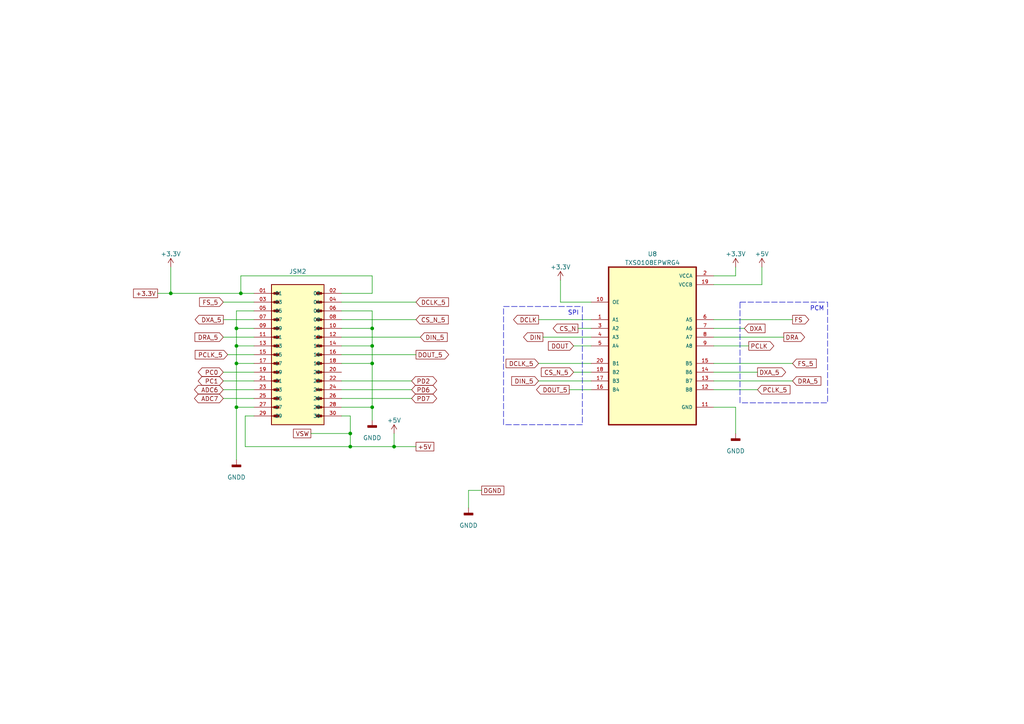
<source format=kicad_sch>
(kicad_sch (version 20230121) (generator eeschema)
  (paper "A4")
  (lib_symbols
    (symbol "TXS0108:TXS0108EPWRG4" (pin_names (offset 1.016))
      (property "Reference" "U" (at -12.7 23.86 0))
      (property "Value" "TXS0108EPWRG4" (at -12.7 -26.86 0))
      (symbol "TXS0108EPWRG4_0_0"
        (rectangle (start -12.7 -22.86) (end 12.7 22.86) (stroke (width 0.41)) (fill (type background)))
        (pin bidirectional line (at -17.78 7.62 0) (length 5.08) (name "A1") (number "1"))
        (pin input line (at -17.78 12.7 0) (length 5.08) (name "OE") (number "10"))
        (pin power_in line (at 17.78 -17.78 180) (length 5.08) (name "GND") (number "11"))
        (pin bidirectional line (at 17.78 -12.7 180) (length 5.08) (name "B8") (number "12"))
        (pin bidirectional line (at 17.78 -10.16 180) (length 5.08) (name "B7") (number "13"))
        (pin bidirectional line (at 17.78 -7.62 180) (length 5.08) (name "B6") (number "14"))
        (pin bidirectional line (at 17.78 -5.08 180) (length 5.08) (name "B5") (number "15"))
        (pin bidirectional line (at -17.78 -12.7 0) (length 5.08) (name "B4") (number "16"))
        (pin bidirectional line (at -17.78 -10.16 0) (length 5.08) (name "B3") (number "17"))
        (pin bidirectional line (at -17.78 -7.62 0) (length 5.08) (name "B2") (number "18"))
        (pin power_in line (at 17.78 17.78 180) (length 5.08) (name "VCCB") (number "19"))
        (pin power_in line (at 17.78 20.32 180) (length 5.08) (name "VCCA") (number "2"))
        (pin bidirectional line (at -17.78 -5.08 0) (length 5.08) (name "B1") (number "20"))
        (pin bidirectional line (at -17.78 5.08 0) (length 5.08) (name "A2") (number "3"))
        (pin bidirectional line (at -17.78 2.54 0) (length 5.08) (name "A3") (number "4"))
        (pin bidirectional line (at -17.78 0 0) (length 5.08) (name "A4") (number "5"))
        (pin bidirectional line (at 17.78 7.62 180) (length 5.08) (name "A5") (number "6"))
        (pin bidirectional line (at 17.78 5.08 180) (length 5.08) (name "A6") (number "7"))
        (pin bidirectional line (at 17.78 2.54 180) (length 5.08) (name "A7") (number "8"))
        (pin bidirectional line (at 17.78 0 180) (length 5.08) (name "A8") (number "9"))
      )
    )
    (symbol "pin_30_02:77313-101-30LF" (pin_names (offset 1.016))
      (property "Reference" "J" (at -8.12 20.32 0))
      (property "Value" "77313-101-30LF" (at -7.62 -22.86 0))
      (symbol "77313-101-30LF_0_0"
        (rectangle (start -7.62 -20.32) (end 7.62 20.32) (stroke (width 0.254)) (fill (type background)))
        (rectangle (start -6.985 -18.0975) (end -5.3975 -17.4625) (stroke (width 0.1)) (fill (type outline)))
        (rectangle (start -6.985 -15.5575) (end -5.3975 -14.9225) (stroke (width 0.1)) (fill (type outline)))
        (rectangle (start -6.985 -13.0175) (end -5.3975 -12.3825) (stroke (width 0.1)) (fill (type outline)))
        (rectangle (start -6.985 -10.4775) (end -5.3975 -9.8425) (stroke (width 0.1)) (fill (type outline)))
        (rectangle (start -6.985 -7.9375) (end -5.3975 -7.3025) (stroke (width 0.1)) (fill (type outline)))
        (rectangle (start -6.985 -5.3975) (end -5.3975 -4.7625) (stroke (width 0.1)) (fill (type outline)))
        (rectangle (start -6.985 -2.8575) (end -5.3975 -2.2225) (stroke (width 0.1)) (fill (type outline)))
        (rectangle (start -6.985 -0.3175) (end -5.3975 0.3175) (stroke (width 0.1)) (fill (type outline)))
        (rectangle (start -6.985 2.2225) (end -5.3975 2.8575) (stroke (width 0.1)) (fill (type outline)))
        (rectangle (start -6.985 4.7625) (end -5.3975 5.3975) (stroke (width 0.1)) (fill (type outline)))
        (rectangle (start -6.985 7.3025) (end -5.3975 7.9375) (stroke (width 0.1)) (fill (type outline)))
        (rectangle (start -6.985 9.8425) (end -5.3975 10.4775) (stroke (width 0.1)) (fill (type outline)))
        (rectangle (start -6.985 12.3825) (end -5.3975 13.0175) (stroke (width 0.1)) (fill (type outline)))
        (rectangle (start -6.985 14.9225) (end -5.3975 15.5575) (stroke (width 0.1)) (fill (type outline)))
        (rectangle (start -6.985 17.4625) (end -5.3975 18.0975) (stroke (width 0.1)) (fill (type outline)))
        (polyline (pts (xy -7.62 -17.78) (xy -5.715 -17.78)) (stroke (width 0.254)))
        (polyline (pts (xy -7.62 -15.24) (xy -5.715 -15.24)) (stroke (width 0.254)))
        (polyline (pts (xy -7.62 -12.7) (xy -5.715 -12.7)) (stroke (width 0.254)))
        (polyline (pts (xy -7.62 -10.16) (xy -5.715 -10.16)) (stroke (width 0.254)))
        (polyline (pts (xy -7.62 -7.62) (xy -5.715 -7.62)) (stroke (width 0.254)))
        (polyline (pts (xy -7.62 -5.08) (xy -5.715 -5.08)) (stroke (width 0.254)))
        (polyline (pts (xy -7.62 -2.54) (xy -5.715 -2.54)) (stroke (width 0.254)))
        (polyline (pts (xy -7.62 0) (xy -5.715 0)) (stroke (width 0.254)))
        (polyline (pts (xy -7.62 2.54) (xy -5.715 2.54)) (stroke (width 0.254)))
        (polyline (pts (xy -7.62 5.08) (xy -5.715 5.08)) (stroke (width 0.254)))
        (polyline (pts (xy -7.62 7.62) (xy -5.715 7.62)) (stroke (width 0.254)))
        (polyline (pts (xy -7.62 10.16) (xy -5.715 10.16)) (stroke (width 0.254)))
        (polyline (pts (xy -7.62 12.7) (xy -5.715 12.7)) (stroke (width 0.254)))
        (polyline (pts (xy -7.62 15.24) (xy -5.715 15.24)) (stroke (width 0.254)))
        (polyline (pts (xy -7.62 17.78) (xy -5.715 17.78)) (stroke (width 0.254)))
        (polyline (pts (xy 7.62 -17.78) (xy 5.715 -17.78)) (stroke (width 0.254)))
        (polyline (pts (xy 7.62 -15.24) (xy 5.715 -15.24)) (stroke (width 0.254)))
        (polyline (pts (xy 7.62 -12.7) (xy 5.715 -12.7)) (stroke (width 0.254)))
        (polyline (pts (xy 7.62 -10.16) (xy 5.715 -10.16)) (stroke (width 0.254)))
        (polyline (pts (xy 7.62 -7.62) (xy 5.715 -7.62)) (stroke (width 0.254)))
        (polyline (pts (xy 7.62 -5.08) (xy 5.715 -5.08)) (stroke (width 0.254)))
        (polyline (pts (xy 7.62 -2.54) (xy 5.715 -2.54)) (stroke (width 0.254)))
        (polyline (pts (xy 7.62 0) (xy 5.715 0)) (stroke (width 0.254)))
        (polyline (pts (xy 7.62 2.54) (xy 5.715 2.54)) (stroke (width 0.254)))
        (polyline (pts (xy 7.62 5.08) (xy 5.715 5.08)) (stroke (width 0.254)))
        (polyline (pts (xy 7.62 7.62) (xy 5.715 7.62)) (stroke (width 0.254)))
        (polyline (pts (xy 7.62 10.16) (xy 5.715 10.16)) (stroke (width 0.254)))
        (polyline (pts (xy 7.62 12.7) (xy 5.715 12.7)) (stroke (width 0.254)))
        (polyline (pts (xy 7.62 15.24) (xy 5.715 15.24)) (stroke (width 0.254)))
        (polyline (pts (xy 7.62 17.78) (xy 5.715 17.78)) (stroke (width 0.254)))
        (rectangle (start 6.985 -18.0975) (end 5.3975 -17.4625) (stroke (width 0.1)) (fill (type outline)))
        (rectangle (start 6.985 -15.5575) (end 5.3975 -14.9225) (stroke (width 0.1)) (fill (type outline)))
        (rectangle (start 6.985 -13.0175) (end 5.3975 -12.3825) (stroke (width 0.1)) (fill (type outline)))
        (rectangle (start 6.985 -10.4775) (end 5.3975 -9.8425) (stroke (width 0.1)) (fill (type outline)))
        (rectangle (start 6.985 -7.9375) (end 5.3975 -7.3025) (stroke (width 0.1)) (fill (type outline)))
        (rectangle (start 6.985 -5.3975) (end 5.3975 -4.7625) (stroke (width 0.1)) (fill (type outline)))
        (rectangle (start 6.985 -2.8575) (end 5.3975 -2.2225) (stroke (width 0.1)) (fill (type outline)))
        (rectangle (start 6.985 -0.3175) (end 5.3975 0.3175) (stroke (width 0.1)) (fill (type outline)))
        (rectangle (start 6.985 2.2225) (end 5.3975 2.8575) (stroke (width 0.1)) (fill (type outline)))
        (rectangle (start 6.985 4.7625) (end 5.3975 5.3975) (stroke (width 0.1)) (fill (type outline)))
        (rectangle (start 6.985 7.3025) (end 5.3975 7.9375) (stroke (width 0.1)) (fill (type outline)))
        (rectangle (start 6.985 9.8425) (end 5.3975 10.4775) (stroke (width 0.1)) (fill (type outline)))
        (rectangle (start 6.985 12.3825) (end 5.3975 13.0175) (stroke (width 0.1)) (fill (type outline)))
        (rectangle (start 6.985 14.9225) (end 5.3975 15.5575) (stroke (width 0.1)) (fill (type outline)))
        (rectangle (start 6.985 17.4625) (end 5.3975 18.0975) (stroke (width 0.1)) (fill (type outline)))
        (pin passive line (at -12.7 17.78 0) (length 5.08) (name "01") (number "01"))
        (pin passive line (at 12.7 17.78 180) (length 5.08) (name "02") (number "02"))
        (pin passive line (at -12.7 15.24 0) (length 5.08) (name "03") (number "03"))
        (pin passive line (at 12.7 15.24 180) (length 5.08) (name "04") (number "04"))
        (pin passive line (at -12.7 12.7 0) (length 5.08) (name "05") (number "05"))
        (pin passive line (at 12.7 12.7 180) (length 5.08) (name "06") (number "06"))
        (pin passive line (at -12.7 10.16 0) (length 5.08) (name "07") (number "07"))
        (pin passive line (at 12.7 10.16 180) (length 5.08) (name "08") (number "08"))
        (pin passive line (at -12.7 7.62 0) (length 5.08) (name "09") (number "09"))
        (pin passive line (at 12.7 7.62 180) (length 5.08) (name "10") (number "10"))
        (pin passive line (at -12.7 5.08 0) (length 5.08) (name "11") (number "11"))
        (pin passive line (at 12.7 5.08 180) (length 5.08) (name "12") (number "12"))
        (pin passive line (at -12.7 2.54 0) (length 5.08) (name "13") (number "13"))
        (pin passive line (at 12.7 2.54 180) (length 5.08) (name "14") (number "14"))
        (pin passive line (at -12.7 0 0) (length 5.08) (name "15") (number "15"))
        (pin passive line (at 12.7 0 180) (length 5.08) (name "16") (number "16"))
        (pin passive line (at -12.7 -2.54 0) (length 5.08) (name "17") (number "17"))
        (pin passive line (at 12.7 -2.54 180) (length 5.08) (name "18") (number "18"))
        (pin passive line (at -12.7 -5.08 0) (length 5.08) (name "19") (number "19"))
        (pin passive line (at 12.7 -5.08 180) (length 5.08) (name "20") (number "20"))
        (pin passive line (at -12.7 -7.62 0) (length 5.08) (name "21") (number "21"))
        (pin passive line (at 12.7 -7.62 180) (length 5.08) (name "22") (number "22"))
        (pin passive line (at -12.7 -10.16 0) (length 5.08) (name "23") (number "23"))
        (pin passive line (at 12.7 -10.16 180) (length 5.08) (name "24") (number "24"))
        (pin passive line (at -12.7 -12.7 0) (length 5.08) (name "25") (number "25"))
        (pin passive line (at 12.7 -12.7 180) (length 5.08) (name "26") (number "26"))
        (pin passive line (at -12.7 -15.24 0) (length 5.08) (name "27") (number "27"))
        (pin passive line (at 12.7 -15.24 180) (length 5.08) (name "28") (number "28"))
        (pin passive line (at -12.7 -17.78 0) (length 5.08) (name "29") (number "29"))
        (pin passive line (at 12.7 -17.78 180) (length 5.08) (name "30") (number "30"))
      )
    )
    (symbol "power:+3.3V" (power) (pin_names (offset 0))
      (property "Value" "+3.3V" (at 0 3.556 0))
      (symbol "+3.3V_0_1"
        (polyline (pts (xy -0.762 1.27) (xy 0 2.54)))
        (polyline (pts (xy 0 0) (xy 0 2.54)))
        (polyline (pts (xy 0 2.54) (xy 0.762 1.27)))
      )
      (symbol "+3.3V_1_1"
        (pin power_in line (at 0 0 90) (length 0) hide (name "+3.3V") (number "1"))
      )
    )
    (symbol "power:+5V" (power) (pin_names (offset 0))
      (property "Value" "+5V" (at 0 3.556 0))
      (symbol "+5V_0_1"
        (polyline (pts (xy -0.762 1.27) (xy 0 2.54)))
        (polyline (pts (xy 0 0) (xy 0 2.54)))
        (polyline (pts (xy 0 2.54) (xy 0.762 1.27)))
      )
      (symbol "+5V_1_1"
        (pin power_in line (at 0 0 90) (length 0) hide (name "+5V") (number "1"))
      )
    )
    (symbol "power:GNDD" (power) (pin_names (offset 0))
      (property "Value" "GNDD" (at 0 -3.175 0))
      (symbol "GNDD_0_1"
        (rectangle (start -1.27 -1.524) (end 1.27 -2.032) (stroke (width 0.254)) (fill (type outline)))
        (polyline (pts (xy 0 0) (xy 0 -1.524)))
      )
      (symbol "GNDD_1_1"
        (pin power_in line (at 0 0 270) (length 0) hide (name "GNDD") (number "1"))
      )
    )
  )
  (junction (at 68.58 95.25))
  (junction (at 49.53 85.09))
  (junction (at 107.95 100.33))
  (junction (at 69.85 85.09))
  (junction (at 107.95 105.41))
  (junction (at 68.58 118.11))
  (junction (at 107.95 118.11))
  (junction (at 107.95 95.25))
  (junction (at 68.58 100.33))
  (junction (at 101.6 129.54))
  (junction (at 68.58 105.41))
  (junction (at 101.6 125.73))
  (junction (at 114.3 129.54))
  (wire (pts (xy 213.36 80.01) (xy 207.01 80.01)))
  (wire (pts (xy 220.98 82.55) (xy 207.01 82.55)))
  (wire (pts (xy 101.6 125.73) (xy 101.6 120.65)))
  (wire (pts (xy 207.01 113.03) (xy 219.71 113.03)))
  (wire (pts (xy 207.01 95.25) (xy 215.9 95.25)))
  (wire (pts (xy 135.89 142.24) (xy 139.7 142.24)))
  (wire (pts (xy 107.95 95.25) (xy 107.95 90.17)))
  (wire (pts (xy 99.06 85.09) (xy 107.95 85.09)))
  (wire (pts (xy 68.58 105.41) (xy 73.66 105.41)))
  (wire (pts (xy 207.01 110.49) (xy 229.87 110.49)))
  (wire (pts (xy 66.04 102.87) (xy 73.66 102.87)))
  (wire (pts (xy 69.85 80.01) (xy 69.85 85.09)))
  (wire (pts (xy 99.06 87.63) (xy 120.65 87.63)))
  (wire (pts (xy 99.06 115.57) (xy 119.38 115.57)))
  (wire (pts (xy 99.06 120.65) (xy 101.6 120.65)))
  (wire (pts (xy 207.01 92.71) (xy 229.87 92.71)))
  (wire (pts (xy 49.53 77.47) (xy 49.53 85.09)))
  (wire (pts (xy 71.12 129.54) (xy 71.12 120.65)))
  (wire (pts (xy 68.58 105.41) (xy 68.58 118.11)))
  (wire (pts (xy 68.58 95.25) (xy 73.66 95.25)))
  (wire (pts (xy 68.58 118.11) (xy 68.58 133.35)))
  (wire (pts (xy 166.37 100.33) (xy 171.45 100.33)))
  (wire (pts (xy 107.95 118.11) (xy 107.95 121.92)))
  (wire (pts (xy 162.56 81.28) (xy 162.56 87.63)))
  (wire (pts (xy 64.77 110.49) (xy 73.66 110.49)))
  (wire (pts (xy 64.77 87.63) (xy 73.66 87.63)))
  (wire (pts (xy 157.48 97.79) (xy 171.45 97.79)))
  (wire (pts (xy 99.06 95.25) (xy 107.95 95.25)))
  (wire (pts (xy 99.06 113.03) (xy 119.38 113.03)))
  (wire (pts (xy 99.06 90.17) (xy 107.95 90.17)))
  (wire (pts (xy 101.6 125.73) (xy 101.6 129.54)))
  (wire (pts (xy 207.01 97.79) (xy 227.33 97.79)))
  (wire (pts (xy 64.77 107.95) (xy 73.66 107.95)))
  (wire (pts (xy 101.6 129.54) (xy 114.3 129.54)))
  (wire (pts (xy 166.37 107.95) (xy 171.45 107.95)))
  (wire (pts (xy 99.06 118.11) (xy 107.95 118.11)))
  (wire (pts (xy 68.58 90.17) (xy 68.58 95.25)))
  (wire (pts (xy 64.77 115.57) (xy 73.66 115.57)))
  (wire (pts (xy 99.06 105.41) (xy 107.95 105.41)))
  (wire (pts (xy 121.92 97.79) (xy 99.06 97.79)))
  (wire (pts (xy 107.95 100.33) (xy 107.95 105.41)))
  (wire (pts (xy 207.01 105.41) (xy 229.87 105.41)))
  (wire (pts (xy 64.77 113.03) (xy 73.66 113.03)))
  (wire (pts (xy 135.89 147.32) (xy 135.89 142.24)))
  (wire (pts (xy 49.53 85.09) (xy 69.85 85.09)))
  (wire (pts (xy 99.06 110.49) (xy 119.38 110.49)))
  (wire (pts (xy 101.6 125.73) (xy 90.17 125.73)))
  (wire (pts (xy 167.64 95.25) (xy 171.45 95.25)))
  (wire (pts (xy 156.21 105.41) (xy 171.45 105.41)))
  (wire (pts (xy 207.01 100.33) (xy 217.17 100.33)))
  (wire (pts (xy 107.95 100.33) (xy 107.95 95.25)))
  (wire (pts (xy 213.36 118.11) (xy 213.36 125.73)))
  (wire (pts (xy 120.65 129.54) (xy 114.3 129.54)))
  (wire (pts (xy 64.77 97.79) (xy 73.66 97.79)))
  (wire (pts (xy 69.85 85.09) (xy 73.66 85.09)))
  (wire (pts (xy 68.58 100.33) (xy 68.58 105.41)))
  (wire (pts (xy 99.06 100.33) (xy 107.95 100.33)))
  (wire (pts (xy 213.36 77.47) (xy 213.36 80.01)))
  (wire (pts (xy 64.77 92.71) (xy 73.66 92.71)))
  (wire (pts (xy 99.06 102.87) (xy 120.65 102.87)))
  (wire (pts (xy 45.72 85.09) (xy 49.53 85.09)))
  (wire (pts (xy 73.66 90.17) (xy 68.58 90.17)))
  (wire (pts (xy 107.95 105.41) (xy 107.95 118.11)))
  (wire (pts (xy 107.95 85.09) (xy 107.95 80.01)))
  (wire (pts (xy 101.6 129.54) (xy 71.12 129.54)))
  (wire (pts (xy 99.06 92.71) (xy 120.65 92.71)))
  (wire (pts (xy 156.21 110.49) (xy 171.45 110.49)))
  (wire (pts (xy 107.95 80.01) (xy 69.85 80.01)))
  (wire (pts (xy 207.01 107.95) (xy 219.71 107.95)))
  (wire (pts (xy 68.58 118.11) (xy 73.66 118.11)))
  (wire (pts (xy 156.21 92.71) (xy 171.45 92.71)))
  (wire (pts (xy 114.3 125.73) (xy 114.3 129.54)))
  (wire (pts (xy 68.58 100.33) (xy 73.66 100.33)))
  (wire (pts (xy 68.58 95.25) (xy 68.58 100.33)))
  (wire (pts (xy 165.1 113.03) (xy 171.45 113.03)))
  (wire (pts (xy 162.56 87.63) (xy 171.45 87.63)))
  (wire (pts (xy 220.98 77.47) (xy 220.98 82.55)))
  (wire (pts (xy 71.12 120.65) (xy 73.66 120.65)))
  (wire (pts (xy 207.01 118.11) (xy 213.36 118.11)))
  (text_box "SPI\n" (at 146.05 88.9 0) (size 22.86 34.29) (stroke (width 0) (type dash)) (effects (font (size 1.27 1.27)) (justify right top)))
  (text_box "PCM\n" (at 214.63 87.63 0) (size 25.4 29.21) (stroke (width 0) (type dash)) (effects (font (size 1.27 1.27)) (justify right top)))
  (global_label "DIN_5" (shape input) (at 156.21 110.49 180) (property "Intersheetrefs" "${INTERSHEET_REFS}" (effects hide)))
  (global_label "DXA" (shape input) (at 215.9 95.25 0) (property "Intersheetrefs" "${INTERSHEET_REFS}" (effects hide)))
  (global_label "DIN_5" (shape input) (at 121.92 97.79 0) (property "Intersheetrefs" "${INTERSHEET_REFS}" (effects hide)))
  (global_label "FS_5" (shape input) (at 229.87 105.41 0) (property "Intersheetrefs" "${INTERSHEET_REFS}" (effects hide)))
  (global_label "PD7" (shape bidirectional) (at 119.38 115.57 0) (property "Intersheetrefs" "${INTERSHEET_REFS}" (effects hide)))
  (global_label "+5V" (shape passive) (at 120.65 129.54 0) (property "Intersheetrefs" "${INTERSHEET_REFS}" (effects hide)))
  (global_label "VSW" (shape passive) (at 90.17 125.73 180) (property "Intersheetrefs" "${INTERSHEET_REFS}" (effects hide)))
  (global_label "DOUT" (shape input) (at 166.37 100.33 180) (property "Intersheetrefs" "${INTERSHEET_REFS}" (effects hide)))
  (global_label "DCLK_5" (shape input) (at 156.21 105.41 180) (property "Intersheetrefs" "${INTERSHEET_REFS}" (effects hide)))
  (global_label "FS_5" (shape input) (at 64.77 87.63 180) (property "Intersheetrefs" "${INTERSHEET_REFS}" (effects hide)))
  (global_label "PC1" (shape bidirectional) (at 64.77 110.49 180) (property "Intersheetrefs" "${INTERSHEET_REFS}" (effects hide)))
  (global_label "DRA_5" (shape input) (at 229.87 110.49 0) (property "Intersheetrefs" "${INTERSHEET_REFS}" (effects hide)))
  (global_label "CS_N_5" (shape input) (at 166.37 107.95 180) (property "Intersheetrefs" "${INTERSHEET_REFS}" (effects hide)))
  (global_label "PCLK_5" (shape input) (at 66.04 102.87 180) (property "Intersheetrefs" "${INTERSHEET_REFS}" (effects hide)))
  (global_label "PD2" (shape bidirectional) (at 119.38 110.49 0) (property "Intersheetrefs" "${INTERSHEET_REFS}" (effects hide)))
  (global_label "DXA_5" (shape output) (at 219.71 107.95 0) (property "Intersheetrefs" "${INTERSHEET_REFS}" (effects hide)))
  (global_label "DGND" (shape passive) (at 139.7 142.24 0) (property "Intersheetrefs" "${INTERSHEET_REFS}" (effects hide)))
  (global_label "DOUT_5" (shape output) (at 165.1 113.03 180) (property "Intersheetrefs" "${INTERSHEET_REFS}" (effects hide)))
  (global_label "FS" (shape output) (at 229.87 92.71 0) (property "Intersheetrefs" "${INTERSHEET_REFS}" (effects hide)))
  (global_label "DCLK" (shape output) (at 156.21 92.71 180) (property "Intersheetrefs" "${INTERSHEET_REFS}" (effects hide)))
  (global_label "PCLK_5" (shape input) (at 219.71 113.03 0) (property "Intersheetrefs" "${INTERSHEET_REFS}" (effects hide)))
  (global_label "ADC7" (shape bidirectional) (at 64.77 115.57 180) (property "Intersheetrefs" "${INTERSHEET_REFS}" (effects hide)))
  (global_label "PCLK" (shape output) (at 217.17 100.33 0) (property "Intersheetrefs" "${INTERSHEET_REFS}" (effects hide)))
  (global_label "DIN" (shape output) (at 157.48 97.79 180) (property "Intersheetrefs" "${INTERSHEET_REFS}" (effects hide)))
  (global_label "DRA" (shape output) (at 227.33 97.79 0) (property "Intersheetrefs" "${INTERSHEET_REFS}" (effects hide)))
  (global_label "CS_N" (shape output) (at 167.64 95.25 180) (property "Intersheetrefs" "${INTERSHEET_REFS}" (effects hide)))
  (global_label "DOUT_5" (shape output) (at 120.65 102.87 0) (property "Intersheetrefs" "${INTERSHEET_REFS}" (effects hide)))
  (global_label "CS_N_5" (shape input) (at 120.65 92.71 0) (property "Intersheetrefs" "${INTERSHEET_REFS}" (effects hide)))
  (global_label "DRA_5" (shape input) (at 64.77 97.79 180) (property "Intersheetrefs" "${INTERSHEET_REFS}" (effects hide)))
  (global_label "DCLK_5" (shape input) (at 120.65 87.63 0) (property "Intersheetrefs" "${INTERSHEET_REFS}" (effects hide)))
  (global_label "DXA_5" (shape output) (at 64.77 92.71 180) (property "Intersheetrefs" "${INTERSHEET_REFS}" (effects hide)))
  (global_label "+3.3V" (shape passive) (at 45.72 85.09 180) (property "Intersheetrefs" "${INTERSHEET_REFS}" (effects hide)))
  (global_label "PD6" (shape bidirectional) (at 119.38 113.03 0) (property "Intersheetrefs" "${INTERSHEET_REFS}" (effects hide)))
  (global_label "ADC6" (shape bidirectional) (at 64.77 113.03 180) (property "Intersheetrefs" "${INTERSHEET_REFS}" (effects hide)))
  (global_label "PC0" (shape bidirectional) (at 64.77 107.95 180) (property "Intersheetrefs" "${INTERSHEET_REFS}" (effects hide)))
  (symbol (lib_id "pin_30_02:77313-101-30LF") (at 86.36 102.87 0) (unit 1)
    (property "Reference" "JSM2" (at 86.36 78.74 0))
    (property "Value" "77313-101-30LF" (effects hide))
    (property "Footprint" "my_lib:AMPHENOL_77313-101-30LF" (effects hide))
    (property "PARTREV" "CH" (effects hide))
    (property "STANDARD" "Manufacturer Recommendations" (effects hide))
    (property "MANUFACTURER" "Amphenol FCI" (effects hide))
    (instances (project "telluino" (path "" (reference "JSM2") (unit 1)) (path "" (reference "JSM1") (unit 1))))
  )
  (symbol (lib_id "power:GNDD") (at 213.36 125.73 0) (unit 1)
    (property "Reference" "#PWR049" (effects hide))
    (property "Value" "GNDD" (at 213.36 130.81 0))
  )
  (symbol (lib_id "power:+5V") (at 114.3 125.73 0) (unit 1)
    (property "Reference" "#PWR047" (effects hide))
    (property "Value" "+5V" (at 114.3 121.92 0))
  )
  (symbol (lib_id "power:GNDD") (at 135.89 147.32 0) (unit 1)
    (property "Reference" "#PWR039" (effects hide))
    (property "Value" "GNDD" (at 135.89 152.4 0))
  )
  (symbol (lib_id "power:+3.3V") (at 162.56 81.28 0) (unit 1)
    (property "Reference" "#PWR022" (effects hide))
    (property "Value" "+3.3V" (at 162.56 77.47 0))
  )
  (symbol (lib_id "power:+3.3V") (at 213.36 77.47 0) (unit 1)
    (property "Reference" "#PWR046" (effects hide))
    (property "Value" "+3.3V" (at 213.36 73.66 0))
  )
  (symbol (lib_id "power:GNDD") (at 68.58 133.35 0) (unit 1)
    (property "Reference" "#PWR051" (effects hide))
    (property "Value" "GNDD" (at 68.58 138.43 0))
  )
  (symbol (lib_id "power:+5V") (at 220.98 77.47 0) (unit 1)
    (property "Reference" "#PWR048" (effects hide))
    (property "Value" "+5V" (at 220.98 73.66 0))
  )
  (symbol (lib_id "power:+3.3V") (at 49.53 77.47 0) (unit 1)
    (property "Reference" "#PWR020" (effects hide))
    (property "Value" "+3.3V" (at 49.53 73.66 0))
  )
  (symbol (lib_id "power:GNDD") (at 107.95 121.92 0) (unit 1)
    (property "Reference" "#PWR050" (effects hide))
    (property "Value" "GNDD" (at 107.95 127 0))
  )
  (symbol (lib_id "TXS0108:TXS0108EPWRG4") (at 189.23 100.33 0) (unit 1)
    (property "Reference" "U8" (at 189.23 73.66 0))
    (property "Value" "TXS0108EPWRG4" (at 189.23 76.2 0))
    (property "Footprint" "my_lib:SOP65P640X120-20N" (effects hide))
  )
)
</source>
